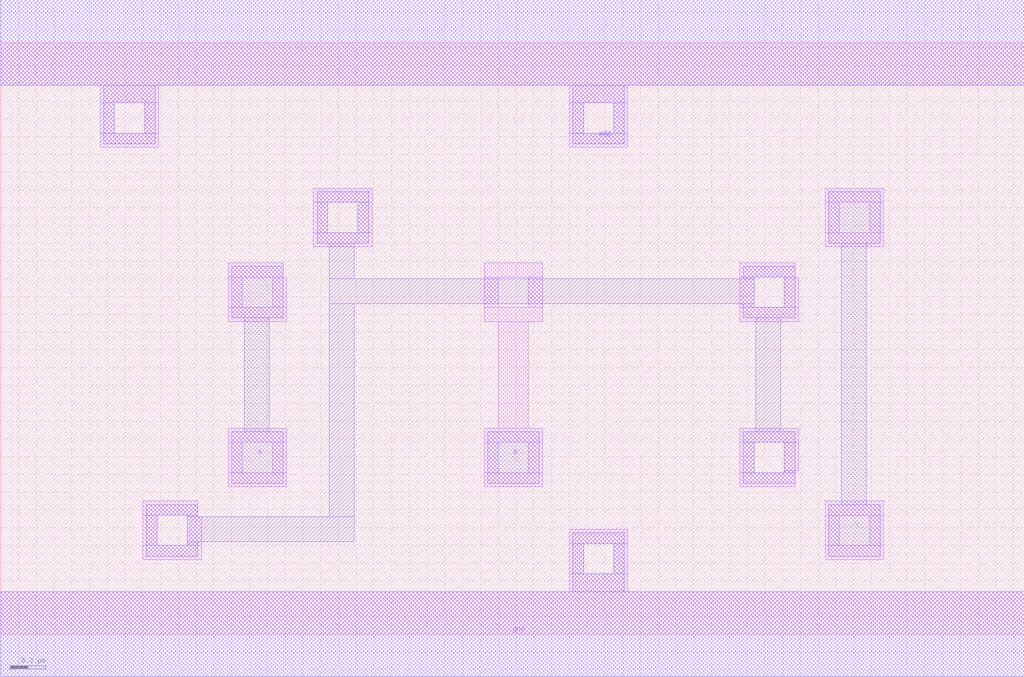
<source format=lef>
VERSION 5.7 ;
  NOWIREEXTENSIONATPIN ON ;
  DIVIDERCHAR "/" ;
  BUSBITCHARS "[]" ;
MACRO AND2X1
  CLASS CORE ;
  FOREIGN AND2X1 ;
  ORIGIN 0.000 0.000 ;
  SIZE 5.760 BY 3.330 ;
  SYMMETRY X Y R90 ;
  SITE unit ;
  PIN vdd
    DIRECTION INOUT ;
    USE POWER ;
    SHAPE ABUTMENT ;
    PORT
      LAYER met1 ;
        RECT 0.000 3.090 5.760 3.570 ;
        RECT 0.580 2.990 0.870 3.090 ;
        RECT 0.580 2.820 0.640 2.990 ;
        RECT 0.810 2.820 0.870 2.990 ;
        RECT 0.580 2.760 0.870 2.820 ;
        RECT 3.220 2.990 3.510 3.090 ;
        RECT 3.220 2.820 3.280 2.990 ;
        RECT 3.450 2.820 3.510 2.990 ;
        RECT 3.220 2.760 3.510 2.820 ;
    END
    PORT
      LAYER li1 ;
        RECT 0.000 3.090 5.760 3.570 ;
        RECT 0.560 2.990 0.890 3.090 ;
        RECT 0.560 2.820 0.640 2.990 ;
        RECT 0.810 2.820 0.890 2.990 ;
        RECT 0.560 2.740 0.890 2.820 ;
        RECT 3.200 2.990 3.530 3.090 ;
        RECT 3.200 2.820 3.280 2.990 ;
        RECT 3.450 2.820 3.530 2.990 ;
        RECT 3.200 2.740 3.530 2.820 ;
    END
  END vdd
  PIN gnd
    DIRECTION INOUT ;
    USE GROUND ;
    SHAPE ABUTMENT ;
    PORT
      LAYER met1 ;
        RECT 3.220 0.510 3.510 0.570 ;
        RECT 3.220 0.340 3.280 0.510 ;
        RECT 3.450 0.340 3.510 0.510 ;
        RECT 3.220 0.240 3.510 0.340 ;
        RECT 0.000 -0.240 5.760 0.240 ;
    END
    PORT
      LAYER li1 ;
        RECT 3.200 0.510 3.530 0.590 ;
        RECT 3.200 0.340 3.280 0.510 ;
        RECT 3.450 0.340 3.530 0.510 ;
        RECT 3.200 0.240 3.530 0.340 ;
        RECT 0.000 -0.240 5.760 0.240 ;
    END
  END gnd
  PIN Y
    DIRECTION INOUT ;
    USE SIGNAL ;
    SHAPE ABUTMENT ;
    PORT
      LAYER met1 ;
        RECT 4.660 2.200 4.950 2.490 ;
        RECT 4.730 0.730 4.870 2.200 ;
        RECT 4.660 0.440 4.950 0.730 ;
    END
  END Y
  PIN A
    DIRECTION INOUT ;
    USE SIGNAL ;
    SHAPE ABUTMENT ;
    PORT
      LAYER met1 ;
        RECT 1.300 1.780 1.590 2.070 ;
        RECT 1.370 1.140 1.510 1.780 ;
        RECT 1.300 0.850 1.590 1.140 ;
    END
  END A
  PIN B
    DIRECTION INOUT ;
    USE SIGNAL ;
    SHAPE ABUTMENT ;
    PORT
      LAYER met1 ;
        RECT 2.740 0.850 3.030 1.140 ;
    END
  END B
  OBS
      LAYER li1 ;
        RECT 1.760 2.430 2.090 2.510 ;
        RECT 1.760 2.260 1.840 2.430 ;
        RECT 2.010 2.260 2.090 2.430 ;
        RECT 1.760 2.180 2.090 2.260 ;
        RECT 4.640 2.430 4.970 2.510 ;
        RECT 4.640 2.260 4.720 2.430 ;
        RECT 4.890 2.260 4.970 2.430 ;
        RECT 4.640 2.180 4.970 2.260 ;
        RECT 1.280 2.010 1.590 2.090 ;
        RECT 2.720 2.010 3.050 2.090 ;
        RECT 1.280 1.840 1.360 2.010 ;
        RECT 1.530 1.840 1.610 2.010 ;
        RECT 1.280 1.760 1.610 1.840 ;
        RECT 2.720 1.840 2.800 2.010 ;
        RECT 2.970 1.840 3.050 2.010 ;
        RECT 2.720 1.760 3.050 1.840 ;
        RECT 4.160 2.010 4.470 2.090 ;
        RECT 4.160 1.840 4.240 2.010 ;
        RECT 4.410 1.840 4.490 2.010 ;
        RECT 4.160 1.760 4.490 1.840 ;
        RECT 2.800 1.160 2.970 1.760 ;
        RECT 1.280 1.080 1.610 1.160 ;
        RECT 1.280 0.910 1.360 1.080 ;
        RECT 1.530 0.910 1.610 1.080 ;
        RECT 1.280 0.830 1.610 0.910 ;
        RECT 2.720 1.080 3.050 1.160 ;
        RECT 2.720 0.910 2.800 1.080 ;
        RECT 2.970 0.910 3.050 1.080 ;
        RECT 2.720 0.830 3.050 0.910 ;
        RECT 4.160 1.080 4.490 1.160 ;
        RECT 4.160 0.910 4.240 1.080 ;
        RECT 4.410 0.920 4.490 1.080 ;
        RECT 4.410 0.910 4.470 0.920 ;
        RECT 4.160 0.830 4.470 0.910 ;
        RECT 0.800 0.670 1.110 0.750 ;
        RECT 0.800 0.500 0.880 0.670 ;
        RECT 1.050 0.660 1.110 0.670 ;
        RECT 4.640 0.670 4.970 0.750 ;
        RECT 1.050 0.500 1.130 0.660 ;
        RECT 0.800 0.420 1.130 0.500 ;
        RECT 4.640 0.500 4.720 0.670 ;
        RECT 4.890 0.500 4.970 0.670 ;
        RECT 4.640 0.420 4.970 0.500 ;
      LAYER met1 ;
        RECT 1.780 2.430 2.070 2.490 ;
        RECT 1.780 2.260 1.840 2.430 ;
        RECT 2.010 2.260 2.070 2.430 ;
        RECT 1.780 2.200 2.070 2.260 ;
        RECT 1.850 2.000 1.990 2.200 ;
        RECT 4.180 2.010 4.470 2.070 ;
        RECT 4.180 2.000 4.240 2.010 ;
        RECT 1.850 1.860 4.240 2.000 ;
        RECT 0.820 0.670 1.110 0.730 ;
        RECT 0.820 0.500 0.880 0.670 ;
        RECT 1.050 0.660 1.110 0.670 ;
        RECT 1.850 0.660 1.990 1.860 ;
        RECT 4.180 1.840 4.240 1.860 ;
        RECT 4.410 1.840 4.470 2.010 ;
        RECT 4.180 1.780 4.470 1.840 ;
        RECT 4.250 1.140 4.390 1.780 ;
        RECT 4.180 1.080 4.470 1.140 ;
        RECT 4.180 0.910 4.240 1.080 ;
        RECT 4.410 0.910 4.470 1.080 ;
        RECT 4.180 0.850 4.470 0.910 ;
        RECT 1.050 0.520 1.990 0.660 ;
        RECT 1.050 0.500 1.110 0.520 ;
        RECT 0.820 0.440 1.110 0.500 ;
  END
END AND2X1
END LIBRARY


</source>
